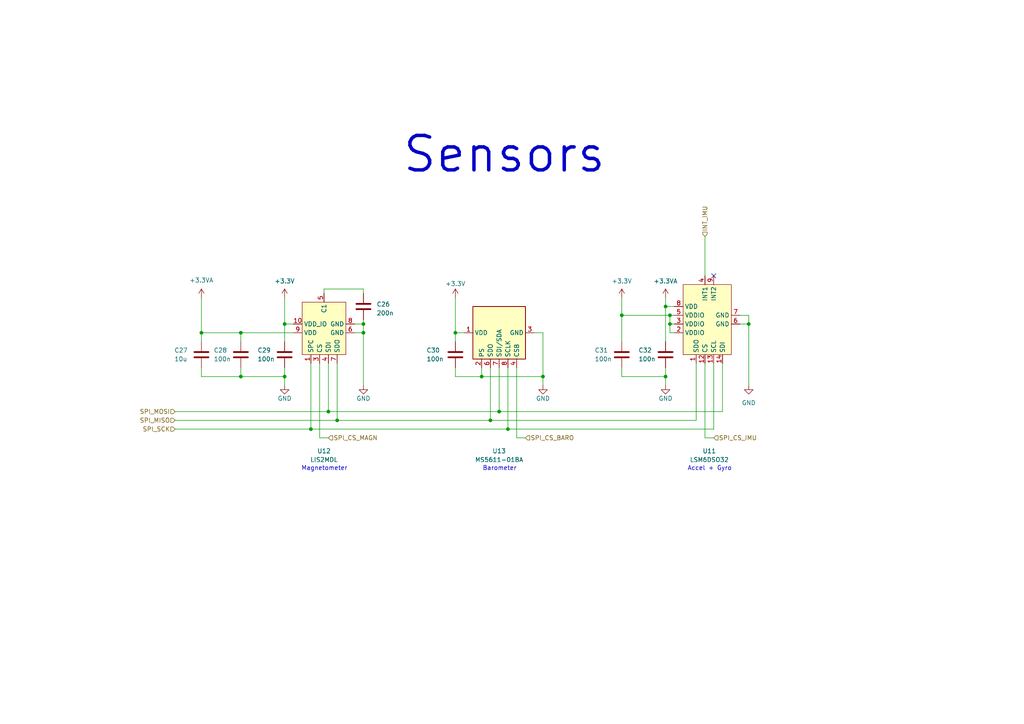
<source format=kicad_sch>
(kicad_sch (version 20230121) (generator eeschema)
  (paper "A4")
  (title_block (title "NOVA Flight computer") (date "2023-03-22") (rev "v0.0.1") (company "UCD Aerospace Engineering Team") (comment 1 "Til Blechschmidt"))
  (lib_symbols
    (symbol "Device:C" (pin_numbers hide) (pin_names (offset 0.254))
      (property "Reference" "C" (at 0.635 2.54 0))
      (property "Value" "C" (at 0.635 -2.54 0))
      (symbol "C_0_1"
        (polyline (pts (xy -2.032 -0.762) (xy 2.032 -0.762)) (stroke (width 0.508)))
        (polyline (pts (xy -2.032 0.762) (xy 2.032 0.762)) (stroke (width 0.508)))
      )
      (symbol "C_1_1"
        (pin passive line (at 0 3.81 270) (length 2.794) (name "~") (number "1"))
        (pin passive line (at 0 -3.81 90) (length 2.794) (name "~") (number "2"))
      )
    )
    (symbol "Odyssey:LIS2MDL"
      (property "Reference" "U" (at -6.35 1.27 0))
      (property "Value" "LIS2MDL" (at 6.35 1.27 0))
      (symbol "LIS2MDL_0_0"
        (pin input line (at -10.16 -2.54 0) (length 2.54) (name "SPC") (number "1"))
        (pin power_in line (at 1.27 2.54 270) (length 2.54) (name "VDD_IO") (number "10"))
        (pin input line (at -10.16 -5.08 0) (length 2.54) (name "CS") (number "3"))
        (pin input line (at -10.16 -7.62 0) (length 2.54) (name "SDI") (number "4"))
        (pin input line (at 10.16 -6.35 180) (length 2.54) (name "C1") (number "5"))
        (pin power_in line (at -1.27 -15.24 90) (length 2.54) (name "GND") (number "6"))
        (pin bidirectional line (at -10.16 -10.16 0) (length 2.54) (name "SDO") (number "7"))
        (pin power_in line (at 1.27 -15.24 90) (length 2.54) (name "GND") (number "8"))
        (pin power_in line (at -1.27 2.54 270) (length 2.54) (name "VDD") (number "9"))
      )
      (symbol "LIS2MDL_1_0"
        (pin no_connect line (at 10.16 -8.89 180) (length 2.54) hide (name "NC") (number "11"))
        (pin no_connect line (at 10.16 -11.43 180) (length 2.54) hide (name "NC") (number "12"))
        (pin no_connect line (at 10.16 -3.81 180) (length 2.54) hide (name "NC") (number "2"))
      )
      (symbol "LIS2MDL_1_1"
        (rectangle (start -7.62 0) (end 7.62 -12.7) (fill (type background)))
      )
    )
    (symbol "Odyssey:LSM6DSO32"
      (property "Reference" "U" (at -10.16 1.27 0))
      (property "Value" "LSM6DSO32" (at 11.43 1.27 0))
      (symbol "LSM6DSO32_0_0"
        (pin input line (at -12.7 -6.35 0) (length 2.54) (name "CS") (number "12"))
        (pin input line (at -12.7 -8.89 0) (length 2.54) (name "SCL") (number "13"))
        (pin input line (at -12.7 -11.43 0) (length 2.54) (name "SDI") (number "14"))
        (pin power_in line (at -3.81 2.54 270) (length 2.54) (name "VDDIO") (number "2"))
        (pin power_in line (at -1.27 2.54 270) (length 2.54) (name "VDDIO") (number "3"))
        (pin output line (at 12.7 -6.35 180) (length 2.54) (name "INT1") (number "4"))
        (pin power_in line (at 1.27 2.54 270) (length 2.54) (name "VDDIO") (number "5"))
        (pin power_in line (at -1.27 -16.51 90) (length 2.54) (name "GND") (number "6"))
        (pin power_in line (at 1.27 -16.51 90) (length 2.54) (name "GND") (number "7"))
        (pin power_in line (at 3.81 2.54 270) (length 2.54) (name "VDD") (number "8"))
        (pin output line (at 12.7 -8.89 180) (length 2.54) (name "INT2") (number "9"))
      )
      (symbol "LSM6DSO32_1_0"
        (pin bidirectional line (at -12.7 -3.81 0) (length 2.54) (name "SDO") (number "1"))
        (pin no_connect line (at 0 22.86 0) (length 2.54) hide (name "NC") (number "10"))
        (pin no_connect line (at 0 20.32 0) (length 2.54) hide (name "NC") (number "11"))
      )
      (symbol "LSM6DSO32_1_1"
        (rectangle (start -10.16 0) (end 10.16 -13.97) (fill (type background)))
      )
    )
    (symbol "Sensor_Pressure:MS5611-01BA"
      (property "Reference" "U" (at -6.35 8.89 0))
      (property "Value" "MS5611-01BA" (at 7.62 8.89 0))
      (symbol "MS5611-01BA_0_1"
        (rectangle (start -7.62 7.62) (end 7.62 -7.62) (stroke (width 0.254)) (fill (type background)))
      )
      (symbol "MS5611-01BA_1_1"
        (pin power_in line (at 0 10.16 270) (length 2.54) (name "VDD") (number "1"))
        (pin input line (at -10.16 5.08 0) (length 2.54) (name "PS") (number "2"))
        (pin power_in line (at 0 -10.16 90) (length 2.54) (name "GND") (number "3"))
        (pin input line (at -10.16 -5.08 0) (length 2.54) (name "CSB") (number "4"))
        (pin input line (at -10.16 -5.08 0) (length 2.54) hide (name "CSB") (number "5"))
        (pin output line (at -10.16 2.54 0) (length 2.54) (name "SDO") (number "6"))
        (pin bidirectional line (at -10.16 0 0) (length 2.54) (name "SDI/SDA") (number "7"))
        (pin input line (at -10.16 -2.54 0) (length 2.54) (name "SCLK") (number "8"))
      )
    )
    (symbol "power:+3.3V" (power) (pin_names (offset 0))
      (property "Value" "+3.3V" (at 0 3.556 0))
      (symbol "+3.3V_0_1"
        (polyline (pts (xy -0.762 1.27) (xy 0 2.54)))
        (polyline (pts (xy 0 0) (xy 0 2.54)))
        (polyline (pts (xy 0 2.54) (xy 0.762 1.27)))
      )
      (symbol "+3.3V_1_1"
        (pin power_in line (at 0 0 90) (length 0) hide (name "+3.3V") (number "1"))
      )
    )
    (symbol "power:+3.3VA" (power) (pin_names (offset 0))
      (property "Value" "+3.3VA" (at 0 3.556 0))
      (symbol "+3.3VA_0_1"
        (polyline (pts (xy -0.762 1.27) (xy 0 2.54)))
        (polyline (pts (xy 0 0) (xy 0 2.54)))
        (polyline (pts (xy 0 2.54) (xy 0.762 1.27)))
      )
      (symbol "+3.3VA_1_1"
        (pin power_in line (at 0 0 90) (length 0) hide (name "+3.3VA") (number "1"))
      )
    )
    (symbol "power:GND" (power) (pin_names (offset 0))
      (property "Value" "GND" (at 0 -3.81 0))
      (symbol "GND_0_1"
        (polyline (pts (xy 0 0) (xy 0 -1.27) (xy 1.27 -1.27) (xy 0 -2.54) (xy -1.27 -1.27) (xy 0 -1.27)))
      )
      (symbol "GND_1_1"
        (pin power_in line (at 0 0 270) (length 0) hide (name "GND") (number "1"))
      )
    )
  )
  (junction (at 132.08 96.52))
  (junction (at 180.34 91.44))
  (junction (at 193.04 88.9))
  (junction (at 157.48 109.22))
  (junction (at 69.85 109.22))
  (junction (at 144.78 119.38))
  (junction (at 139.7 109.22))
  (junction (at 147.32 124.46))
  (junction (at 97.79 121.92))
  (junction (at 217.17 93.98))
  (junction (at 69.85 96.52))
  (junction (at 82.55 93.98))
  (junction (at 194.31 93.98))
  (junction (at 142.24 121.92))
  (junction (at 95.25 119.38))
  (junction (at 105.41 93.98))
  (junction (at 193.04 109.22))
  (junction (at 194.31 91.44))
  (junction (at 58.42 96.52))
  (junction (at 90.17 124.46))
  (junction (at 82.55 109.22))
  (junction (at 105.41 96.52))
  (no_connect (at 207.01 80.01))
  (wire (pts (xy 82.55 93.98) (xy 82.55 99.06)))
  (wire (pts (xy 82.55 109.22) (xy 82.55 111.76)))
  (wire (pts (xy 69.85 96.52) (xy 69.85 99.06)))
  (wire (pts (xy 58.42 86.36) (xy 58.42 96.52)))
  (wire (pts (xy 95.25 105.41) (xy 95.25 119.38)))
  (wire (pts (xy 58.42 96.52) (xy 69.85 96.52)))
  (wire (pts (xy 105.41 92.71) (xy 105.41 93.98)))
  (wire (pts (xy 90.17 105.41) (xy 90.17 124.46)))
  (wire (pts (xy 149.86 106.68) (xy 149.86 127)))
  (wire (pts (xy 193.04 106.68) (xy 193.04 109.22)))
  (wire (pts (xy 58.42 109.22) (xy 69.85 109.22)))
  (wire (pts (xy 180.34 91.44) (xy 180.34 99.06)))
  (wire (pts (xy 142.24 121.92) (xy 201.93 121.92)))
  (wire (pts (xy 157.48 109.22) (xy 157.48 111.76)))
  (wire (pts (xy 180.34 86.36) (xy 180.34 91.44)))
  (wire (pts (xy 90.17 124.46) (xy 147.32 124.46)))
  (wire (pts (xy 180.34 109.22) (xy 193.04 109.22)))
  (wire (pts (xy 193.04 109.22) (xy 193.04 111.76)))
  (wire (pts (xy 139.7 109.22) (xy 157.48 109.22)))
  (wire (pts (xy 95.25 119.38) (xy 144.78 119.38)))
  (wire (pts (xy 142.24 106.68) (xy 142.24 121.92)))
  (wire (pts (xy 214.63 93.98) (xy 217.17 93.98)))
  (wire (pts (xy 214.63 91.44) (xy 217.17 91.44)))
  (wire (pts (xy 50.8 119.38) (xy 95.25 119.38)))
  (wire (pts (xy 193.04 88.9) (xy 193.04 86.36)))
  (wire (pts (xy 69.85 96.52) (xy 85.09 96.52)))
  (wire (pts (xy 132.08 86.36) (xy 132.08 96.52)))
  (wire (pts (xy 105.41 83.82) (xy 93.98 83.82)))
  (wire (pts (xy 180.34 106.68) (xy 180.34 109.22)))
  (wire (pts (xy 69.85 106.68) (xy 69.85 109.22)))
  (wire (pts (xy 194.31 91.44) (xy 194.31 93.98)))
  (wire (pts (xy 50.8 121.92) (xy 97.79 121.92)))
  (wire (pts (xy 147.32 124.46) (xy 207.01 124.46)))
  (wire (pts (xy 69.85 109.22) (xy 82.55 109.22)))
  (wire (pts (xy 58.42 106.68) (xy 58.42 109.22)))
  (wire (pts (xy 204.47 127) (xy 207.01 127)))
  (wire (pts (xy 105.41 96.52) (xy 105.41 111.76)))
  (wire (pts (xy 93.98 83.82) (xy 93.98 85.09)))
  (wire (pts (xy 82.55 86.36) (xy 82.55 93.98)))
  (wire (pts (xy 201.93 105.41) (xy 201.93 121.92)))
  (wire (pts (xy 149.86 127) (xy 152.4 127)))
  (wire (pts (xy 180.34 91.44) (xy 194.31 91.44)))
  (wire (pts (xy 194.31 91.44) (xy 195.58 91.44)))
  (wire (pts (xy 58.42 99.06) (xy 58.42 96.52)))
  (wire (pts (xy 92.71 127) (xy 95.25 127)))
  (wire (pts (xy 193.04 88.9) (xy 193.04 99.06)))
  (wire (pts (xy 207.01 105.41) (xy 207.01 124.46)))
  (wire (pts (xy 97.79 121.92) (xy 142.24 121.92)))
  (wire (pts (xy 209.55 105.41) (xy 209.55 119.38)))
  (wire (pts (xy 50.8 124.46) (xy 90.17 124.46)))
  (wire (pts (xy 217.17 91.44) (xy 217.17 93.98)))
  (wire (pts (xy 194.31 93.98) (xy 194.31 96.52)))
  (wire (pts (xy 102.87 96.52) (xy 105.41 96.52)))
  (wire (pts (xy 134.62 96.52) (xy 132.08 96.52)))
  (wire (pts (xy 82.55 93.98) (xy 85.09 93.98)))
  (wire (pts (xy 195.58 88.9) (xy 193.04 88.9)))
  (wire (pts (xy 105.41 85.09) (xy 105.41 83.82)))
  (wire (pts (xy 132.08 106.68) (xy 132.08 109.22)))
  (wire (pts (xy 132.08 109.22) (xy 139.7 109.22)))
  (wire (pts (xy 217.17 93.98) (xy 217.17 111.76)))
  (wire (pts (xy 82.55 106.68) (xy 82.55 109.22)))
  (wire (pts (xy 139.7 106.68) (xy 139.7 109.22)))
  (wire (pts (xy 195.58 96.52) (xy 194.31 96.52)))
  (wire (pts (xy 204.47 105.41) (xy 204.47 127)))
  (wire (pts (xy 157.48 96.52) (xy 157.48 109.22)))
  (wire (pts (xy 92.71 105.41) (xy 92.71 127)))
  (wire (pts (xy 97.79 105.41) (xy 97.79 121.92)))
  (wire (pts (xy 209.55 119.38) (xy 144.78 119.38)))
  (wire (pts (xy 154.94 96.52) (xy 157.48 96.52)))
  (wire (pts (xy 105.41 93.98) (xy 105.41 96.52)))
  (wire (pts (xy 102.87 93.98) (xy 105.41 93.98)))
  (wire (pts (xy 204.47 68.58) (xy 204.47 80.01)))
  (wire (pts (xy 144.78 106.68) (xy 144.78 119.38)))
  (wire (pts (xy 132.08 96.52) (xy 132.08 99.06)))
  (wire (pts (xy 195.58 93.98) (xy 194.31 93.98)))
  (wire (pts (xy 147.32 106.68) (xy 147.32 124.46)))
  (text "Sensors" (at 116.332 50.8 0) (effects (font (size 10 10) (thickness 1) bold) (justify left bottom)))
  (text "Barometer" (at 139.954 136.652 0) (effects (font (size 1.27 1.27)) (justify left bottom)))
  (text "Accel + Gyro" (at 199.39 136.652 0) (effects (font (size 1.27 1.27)) (justify left bottom)))
  (text "Magnetometer" (at 87.376 136.652 0) (effects (font (size 1.27 1.27)) (justify left bottom)))
  (hierarchical_label "SPI_SCK" (shape input) (at 50.8 124.46 180))
  (hierarchical_label "SPI_MISO" (shape input) (at 50.8 121.92 180))
  (hierarchical_label "SPI_CS_BARO" (shape input) (at 152.4 127 0))
  (hierarchical_label "SPI_MOSI" (shape input) (at 50.8 119.38 180))
  (hierarchical_label "SPI_CS_MAGN" (shape input) (at 95.25 127 0))
  (hierarchical_label "INT_IMU" (shape input) (at 204.47 68.58 90))
  (hierarchical_label "SPI_CS_IMU" (shape input) (at 207.01 127 0))
  (symbol (lib_id "Device:C") (at 58.42 102.87 0) (unit 1)
    (property "Reference" "C27" (at 50.546 101.6 0) (effects (justify left)))
    (property "Value" "10u" (at 50.546 104.14 0) (effects (justify left)))
    (property "Footprint" "Capacitor_SMD:C_0603_1608Metric_Pad1.08x0.95mm_HandSolder" (effects hide))
  )
  (symbol (lib_id "power:GND") (at 105.41 111.76 0) (unit 1)
    (property "Reference" "#PWR052" (effects hide))
    (property "Value" "GND" (at 105.41 115.57 0))
  )
  (symbol (lib_id "power:GND") (at 193.04 111.76 0) (unit 1)
    (property "Reference" "#PWR054" (effects hide))
    (property "Value" "GND" (at 193.04 115.57 0))
  )
  (symbol (lib_id "Odyssey:LIS2MDL") (at 87.63 95.25 90) (unit 1)
    (property "Reference" "U12" (at 93.98 130.81 90))
    (property "Value" "LIS2MDL" (at 93.98 133.35 90))
    (property "Footprint" "Package_LGA:LGA-12_2x2mm_P0.5mm" (effects hide))
    (property "Datasheet" "https://www.st.com/content/ccc/resource/technical/document/datasheet/group3/29/13/d1/e0/9a/4d/4f/30/DM00395193/files/DM00395193.pdf/jcr:content/translations/en.DM00395193.pdf" (effects hide))
  )
  (symbol (lib_id "Device:C") (at 193.04 102.87 0) (unit 1)
    (property "Reference" "C32" (at 185.166 101.6 0) (effects (justify left)))
    (property "Value" "100n" (at 185.166 104.14 0) (effects (justify left)))
    (property "Footprint" "Capacitor_SMD:C_0402_1005Metric_Pad0.74x0.62mm_HandSolder" (effects hide))
  )
  (symbol (lib_id "Device:C") (at 105.41 88.9 0) (unit 1)
    (property "Reference" "C26" (at 109.22 88.265 0) (effects (justify left)))
    (property "Value" "200n" (at 109.22 90.805 0) (effects (justify left)))
    (property "Footprint" "Capacitor_SMD:C_0402_1005Metric_Pad0.74x0.62mm_HandSolder" (effects hide))
  )
  (symbol (lib_id "power:+3.3VA") (at 193.04 86.36 0) (unit 1)
    (property "Reference" "#PWR050" (effects hide))
    (property "Value" "+3.3VA" (at 193.04 81.534 0))
  )
  (symbol (lib_id "Device:C") (at 69.85 102.87 0) (unit 1)
    (property "Reference" "C28" (at 61.976 101.6 0) (effects (justify left)))
    (property "Value" "100n" (at 61.976 104.14 0) (effects (justify left)))
    (property "Footprint" "Capacitor_SMD:C_0402_1005Metric_Pad0.74x0.62mm_HandSolder" (effects hide))
  )
  (symbol (lib_id "Device:C") (at 82.55 102.87 0) (unit 1)
    (property "Reference" "C29" (at 74.676 101.6 0) (effects (justify left)))
    (property "Value" "100n" (at 74.676 104.14 0) (effects (justify left)))
    (property "Footprint" "Capacitor_SMD:C_0402_1005Metric_Pad0.74x0.62mm_HandSolder" (effects hide))
  )
  (symbol (lib_id "Device:C") (at 180.34 102.87 0) (unit 1)
    (property "Reference" "C31" (at 172.466 101.6 0) (effects (justify left)))
    (property "Value" "100n" (at 172.466 104.14 0) (effects (justify left)))
    (property "Footprint" "Capacitor_SMD:C_0402_1005Metric_Pad0.74x0.62mm_HandSolder" (effects hide))
  )
  (symbol (lib_id "Device:C") (at 132.08 102.87 0) (unit 1)
    (property "Reference" "C30" (at 123.698 101.6 0) (effects (justify left)))
    (property "Value" "100n" (at 123.698 104.14 0) (effects (justify left)))
    (property "Footprint" "Capacitor_SMD:C_0402_1005Metric_Pad0.74x0.62mm_HandSolder" (effects hide))
  )
  (symbol (lib_id "power:+3.3V") (at 82.55 86.36 0) (unit 1)
    (property "Reference" "#PWR047" (effects hide))
    (property "Value" "+3.3V" (at 82.55 81.534 0))
  )
  (symbol (lib_id "Sensor_Pressure:MS5611-01BA") (at 144.78 96.52 90) (unit 1)
    (property "Reference" "U13" (at 144.78 130.81 90))
    (property "Value" "MS5611-01BA" (at 144.78 133.35 90))
    (property "Footprint" "Package_LGA:LGA-8_3x5mm_P1.25mm" (effects hide))
    (property "Datasheet" "https://www.te.com/commerce/DocumentDelivery/DDEController?Action=srchrtrv&DocNm=MS5611-01BA03&DocType=Data+Sheet&DocLang=English" (effects hide))
  )
  (symbol (lib_id "power:+3.3V") (at 180.34 86.36 0) (unit 1)
    (property "Reference" "#PWR049" (effects hide))
    (property "Value" "+3.3V" (at 180.34 81.534 0))
  )
  (symbol (lib_id "power:GND") (at 157.48 111.76 0) (unit 1)
    (property "Reference" "#PWR053" (effects hide))
    (property "Value" "GND" (at 157.48 115.57 0))
  )
  (symbol (lib_id "Odyssey:LSM6DSO32") (at 198.12 92.71 90) (unit 1)
    (property "Reference" "U11" (at 205.74 130.81 90))
    (property "Value" "LSM6DSO32" (at 205.74 133.35 90))
    (property "Footprint" "Package_LGA:LGA-14_3x2.5mm_P0.5mm_LayoutBorder3x4y" (effects hide))
    (property "Datasheet" "https://www.st.com/resource/en/datasheet/lsm6dso32.pdf" (effects hide))
  )
  (symbol (lib_id "power:GND") (at 217.17 111.76 0) (unit 1)
    (property "Reference" "#PWR055" (effects hide))
    (property "Value" "GND" (at 217.17 116.84 0))
  )
  (symbol (lib_id "power:+3.3V") (at 132.08 86.36 0) (unit 1)
    (property "Reference" "#PWR048" (effects hide))
    (property "Value" "+3.3V" (at 132.08 82.296 0))
  )
  (symbol (lib_id "power:GND") (at 82.55 111.76 0) (unit 1)
    (property "Reference" "#PWR051" (effects hide))
    (property "Value" "GND" (at 82.55 115.57 0))
  )
  (symbol (lib_id "power:+3.3VA") (at 58.42 86.36 0) (unit 1)
    (property "Reference" "#PWR046" (effects hide))
    (property "Value" "+3.3VA" (at 58.42 81.28 0))
  )
)
</source>
